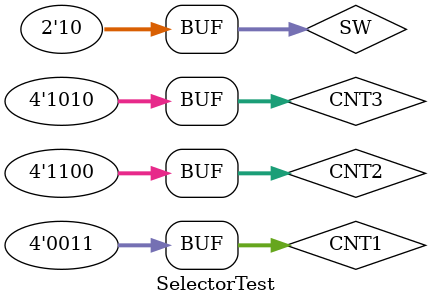
<source format=v>
`timescale 1ns / 1ps


module SelectorTest;

	// Inputs
	reg [1:0]SW;
	reg [3:0] CNT1;
	reg [3:0] CNT2;
	reg [3:0] CNT3;


	// Outputs
	wire [3:0] CNT;

	// Instantiate the Unit Under Test (UUT)
	Selector uut (
		.SW(SW), 
		.CNT1(CNT1), 
		.CNT2(CNT2), 
		.CNT3(CNT3), 
		.CNT(CNT)
	);

	initial begin
		// Initialize Inputs
		SW = 2'b00;
		CNT1 = 4'b0011;
		CNT2 = 4'b1100;
		CNT3 = 4'b1010;

		// Wait 100 ns for global reset to finish
		#100;
      SW = 2'b01;
		CNT1 = 4'b0011;
		CNT2 = 4'b1100;
		CNT3 = 4'b1010;
		#100;
		SW = 2'b10;
		CNT1 = 4'b0011;
		CNT2 = 4'b1100;
		CNT3 = 4'b1010;
		#100;
		// Add stimulus here

	end
      
endmodule


</source>
